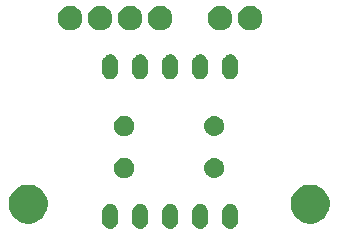
<source format=gbr>
G04 #@! TF.GenerationSoftware,KiCad,Pcbnew,5.0.2-bee76a0~70~ubuntu18.04.1*
G04 #@! TF.CreationDate,2019-05-12T23:41:40+01:00*
G04 #@! TF.ProjectId,Timer Gate,54696d65-7220-4476-9174-652e6b696361,rev?*
G04 #@! TF.SameCoordinates,Original*
G04 #@! TF.FileFunction,Soldermask,Top*
G04 #@! TF.FilePolarity,Negative*
%FSLAX46Y46*%
G04 Gerber Fmt 4.6, Leading zero omitted, Abs format (unit mm)*
G04 Created by KiCad (PCBNEW 5.0.2-bee76a0~70~ubuntu18.04.1) date Sun May 12 23:41:40 2019*
%MOMM*%
%LPD*%
G01*
G04 APERTURE LIST*
%ADD10C,0.100000*%
G04 APERTURE END LIST*
D10*
G36*
X136092618Y-94991421D02*
X136174427Y-95016238D01*
X136215333Y-95028646D01*
X136275783Y-95060958D01*
X136328426Y-95089096D01*
X136427554Y-95170448D01*
X136508906Y-95269575D01*
X136508907Y-95269577D01*
X136569356Y-95382668D01*
X136581764Y-95423574D01*
X136606581Y-95505383D01*
X136616001Y-95601028D01*
X136616001Y-96464974D01*
X136606581Y-96560619D01*
X136599624Y-96583553D01*
X136569356Y-96683334D01*
X136515820Y-96783492D01*
X136508906Y-96796427D01*
X136427554Y-96895554D01*
X136328427Y-96976906D01*
X136328425Y-96976907D01*
X136215334Y-97037356D01*
X136174428Y-97049764D01*
X136092619Y-97074581D01*
X135965001Y-97087150D01*
X135837384Y-97074581D01*
X135755575Y-97049764D01*
X135714669Y-97037356D01*
X135601578Y-96976907D01*
X135601576Y-96976906D01*
X135502449Y-96895554D01*
X135421097Y-96796427D01*
X135414183Y-96783492D01*
X135360647Y-96683334D01*
X135349625Y-96647000D01*
X135323421Y-96560619D01*
X135314001Y-96464974D01*
X135314001Y-95601029D01*
X135323421Y-95505384D01*
X135360646Y-95382670D01*
X135360646Y-95382669D01*
X135392958Y-95322219D01*
X135421096Y-95269576D01*
X135502448Y-95170448D01*
X135601575Y-95089096D01*
X135614510Y-95082182D01*
X135714668Y-95028646D01*
X135755574Y-95016238D01*
X135837383Y-94991421D01*
X135965001Y-94978852D01*
X136092618Y-94991421D01*
X136092618Y-94991421D01*
G37*
G36*
X138632618Y-94991421D02*
X138714427Y-95016238D01*
X138755333Y-95028646D01*
X138815783Y-95060958D01*
X138868426Y-95089096D01*
X138967554Y-95170448D01*
X139048906Y-95269575D01*
X139048907Y-95269577D01*
X139109356Y-95382668D01*
X139121764Y-95423574D01*
X139146581Y-95505383D01*
X139156001Y-95601028D01*
X139156001Y-96464974D01*
X139146581Y-96560619D01*
X139139624Y-96583553D01*
X139109356Y-96683334D01*
X139055820Y-96783492D01*
X139048906Y-96796427D01*
X138967554Y-96895554D01*
X138868427Y-96976906D01*
X138868425Y-96976907D01*
X138755334Y-97037356D01*
X138714428Y-97049764D01*
X138632619Y-97074581D01*
X138505001Y-97087150D01*
X138377384Y-97074581D01*
X138295575Y-97049764D01*
X138254669Y-97037356D01*
X138141578Y-96976907D01*
X138141576Y-96976906D01*
X138042449Y-96895554D01*
X137961097Y-96796427D01*
X137954183Y-96783492D01*
X137900647Y-96683334D01*
X137889625Y-96647000D01*
X137863421Y-96560619D01*
X137854001Y-96464974D01*
X137854001Y-95601029D01*
X137863421Y-95505384D01*
X137900646Y-95382670D01*
X137900646Y-95382669D01*
X137932958Y-95322219D01*
X137961096Y-95269576D01*
X138042448Y-95170448D01*
X138141575Y-95089096D01*
X138154510Y-95082182D01*
X138254668Y-95028646D01*
X138295574Y-95016238D01*
X138377383Y-94991421D01*
X138505001Y-94978852D01*
X138632618Y-94991421D01*
X138632618Y-94991421D01*
G37*
G36*
X141172618Y-94991421D02*
X141254427Y-95016238D01*
X141295333Y-95028646D01*
X141355783Y-95060958D01*
X141408426Y-95089096D01*
X141507554Y-95170448D01*
X141588906Y-95269575D01*
X141588907Y-95269577D01*
X141649356Y-95382668D01*
X141661764Y-95423574D01*
X141686581Y-95505383D01*
X141696001Y-95601028D01*
X141696001Y-96464974D01*
X141686581Y-96560619D01*
X141679624Y-96583553D01*
X141649356Y-96683334D01*
X141595820Y-96783492D01*
X141588906Y-96796427D01*
X141507554Y-96895554D01*
X141408427Y-96976906D01*
X141408425Y-96976907D01*
X141295334Y-97037356D01*
X141254428Y-97049764D01*
X141172619Y-97074581D01*
X141045001Y-97087150D01*
X140917384Y-97074581D01*
X140835575Y-97049764D01*
X140794669Y-97037356D01*
X140681578Y-96976907D01*
X140681576Y-96976906D01*
X140582449Y-96895554D01*
X140501097Y-96796427D01*
X140494183Y-96783492D01*
X140440647Y-96683334D01*
X140429625Y-96647000D01*
X140403421Y-96560619D01*
X140394001Y-96464974D01*
X140394001Y-95601029D01*
X140403421Y-95505384D01*
X140440646Y-95382670D01*
X140440646Y-95382669D01*
X140472958Y-95322219D01*
X140501096Y-95269576D01*
X140582448Y-95170448D01*
X140681575Y-95089096D01*
X140694510Y-95082182D01*
X140794668Y-95028646D01*
X140835574Y-95016238D01*
X140917383Y-94991421D01*
X141045001Y-94978852D01*
X141172618Y-94991421D01*
X141172618Y-94991421D01*
G37*
G36*
X131012618Y-94991421D02*
X131094427Y-95016238D01*
X131135333Y-95028646D01*
X131195783Y-95060958D01*
X131248426Y-95089096D01*
X131347554Y-95170448D01*
X131428906Y-95269575D01*
X131428907Y-95269577D01*
X131489356Y-95382668D01*
X131501764Y-95423574D01*
X131526581Y-95505383D01*
X131536001Y-95601028D01*
X131536001Y-96464974D01*
X131526581Y-96560619D01*
X131519624Y-96583553D01*
X131489356Y-96683334D01*
X131435820Y-96783492D01*
X131428906Y-96796427D01*
X131347554Y-96895554D01*
X131248427Y-96976906D01*
X131248425Y-96976907D01*
X131135334Y-97037356D01*
X131094428Y-97049764D01*
X131012619Y-97074581D01*
X130885001Y-97087150D01*
X130757384Y-97074581D01*
X130675575Y-97049764D01*
X130634669Y-97037356D01*
X130521578Y-96976907D01*
X130521576Y-96976906D01*
X130422449Y-96895554D01*
X130341097Y-96796427D01*
X130334183Y-96783492D01*
X130280647Y-96683334D01*
X130269625Y-96647000D01*
X130243421Y-96560619D01*
X130234001Y-96464974D01*
X130234001Y-95601029D01*
X130243421Y-95505384D01*
X130280646Y-95382670D01*
X130280646Y-95382669D01*
X130312958Y-95322219D01*
X130341096Y-95269576D01*
X130422448Y-95170448D01*
X130521575Y-95089096D01*
X130534510Y-95082182D01*
X130634668Y-95028646D01*
X130675574Y-95016238D01*
X130757383Y-94991421D01*
X130885001Y-94978852D01*
X131012618Y-94991421D01*
X131012618Y-94991421D01*
G37*
G36*
X133552618Y-94991421D02*
X133634427Y-95016238D01*
X133675333Y-95028646D01*
X133735783Y-95060958D01*
X133788426Y-95089096D01*
X133887554Y-95170448D01*
X133968906Y-95269575D01*
X133968907Y-95269577D01*
X134029356Y-95382668D01*
X134041764Y-95423574D01*
X134066581Y-95505383D01*
X134076001Y-95601028D01*
X134076001Y-96464974D01*
X134066581Y-96560619D01*
X134059624Y-96583553D01*
X134029356Y-96683334D01*
X133975820Y-96783492D01*
X133968906Y-96796427D01*
X133887554Y-96895554D01*
X133788427Y-96976906D01*
X133788425Y-96976907D01*
X133675334Y-97037356D01*
X133634428Y-97049764D01*
X133552619Y-97074581D01*
X133425001Y-97087150D01*
X133297384Y-97074581D01*
X133215575Y-97049764D01*
X133174669Y-97037356D01*
X133061578Y-96976907D01*
X133061576Y-96976906D01*
X132962449Y-96895554D01*
X132881097Y-96796427D01*
X132874183Y-96783492D01*
X132820647Y-96683334D01*
X132809625Y-96647000D01*
X132783421Y-96560619D01*
X132774001Y-96464974D01*
X132774001Y-95601029D01*
X132783421Y-95505384D01*
X132820646Y-95382670D01*
X132820646Y-95382669D01*
X132852958Y-95322219D01*
X132881096Y-95269576D01*
X132962448Y-95170448D01*
X133061575Y-95089096D01*
X133074510Y-95082182D01*
X133174668Y-95028646D01*
X133215574Y-95016238D01*
X133297383Y-94991421D01*
X133425001Y-94978852D01*
X133552618Y-94991421D01*
X133552618Y-94991421D01*
G37*
G36*
X124327256Y-93387298D02*
X124433579Y-93408447D01*
X124734042Y-93532903D01*
X125000852Y-93711180D01*
X125004454Y-93713587D01*
X125234413Y-93943546D01*
X125415098Y-94213960D01*
X125539553Y-94514422D01*
X125603000Y-94833389D01*
X125603000Y-95158611D01*
X125580927Y-95269577D01*
X125539553Y-95477579D01*
X125528035Y-95505385D01*
X125415098Y-95778040D01*
X125234413Y-96048454D01*
X125004454Y-96278413D01*
X125004451Y-96278415D01*
X124734042Y-96459097D01*
X124734041Y-96459098D01*
X124734040Y-96459098D01*
X124646037Y-96495550D01*
X124433579Y-96583553D01*
X124327256Y-96604702D01*
X124114611Y-96647000D01*
X123789389Y-96647000D01*
X123576744Y-96604702D01*
X123470421Y-96583553D01*
X123257963Y-96495550D01*
X123169960Y-96459098D01*
X123169959Y-96459098D01*
X123169958Y-96459097D01*
X122899549Y-96278415D01*
X122899546Y-96278413D01*
X122669587Y-96048454D01*
X122488902Y-95778040D01*
X122375965Y-95505385D01*
X122364447Y-95477579D01*
X122323073Y-95269577D01*
X122301000Y-95158611D01*
X122301000Y-94833389D01*
X122364447Y-94514422D01*
X122488902Y-94213960D01*
X122669587Y-93943546D01*
X122899546Y-93713587D01*
X122903148Y-93711180D01*
X123169958Y-93532903D01*
X123470421Y-93408447D01*
X123576744Y-93387298D01*
X123789389Y-93345000D01*
X124114611Y-93345000D01*
X124327256Y-93387298D01*
X124327256Y-93387298D01*
G37*
G36*
X148203256Y-93387298D02*
X148309579Y-93408447D01*
X148610042Y-93532903D01*
X148876852Y-93711180D01*
X148880454Y-93713587D01*
X149110413Y-93943546D01*
X149291098Y-94213960D01*
X149415553Y-94514422D01*
X149479000Y-94833389D01*
X149479000Y-95158611D01*
X149456927Y-95269577D01*
X149415553Y-95477579D01*
X149404035Y-95505385D01*
X149291098Y-95778040D01*
X149110413Y-96048454D01*
X148880454Y-96278413D01*
X148880451Y-96278415D01*
X148610042Y-96459097D01*
X148610041Y-96459098D01*
X148610040Y-96459098D01*
X148522037Y-96495550D01*
X148309579Y-96583553D01*
X148203256Y-96604702D01*
X147990611Y-96647000D01*
X147665389Y-96647000D01*
X147452744Y-96604702D01*
X147346421Y-96583553D01*
X147133963Y-96495550D01*
X147045960Y-96459098D01*
X147045959Y-96459098D01*
X147045958Y-96459097D01*
X146775549Y-96278415D01*
X146775546Y-96278413D01*
X146545587Y-96048454D01*
X146364902Y-95778040D01*
X146251965Y-95505385D01*
X146240447Y-95477579D01*
X146199073Y-95269577D01*
X146177000Y-95158611D01*
X146177000Y-94833389D01*
X146240447Y-94514422D01*
X146364902Y-94213960D01*
X146545587Y-93943546D01*
X146775546Y-93713587D01*
X146779148Y-93711180D01*
X147045958Y-93532903D01*
X147346421Y-93408447D01*
X147452744Y-93387298D01*
X147665389Y-93345000D01*
X147990611Y-93345000D01*
X148203256Y-93387298D01*
X148203256Y-93387298D01*
G37*
G36*
X139866821Y-91109313D02*
X139866824Y-91109314D01*
X139866825Y-91109314D01*
X140027239Y-91157975D01*
X140027241Y-91157976D01*
X140027244Y-91157977D01*
X140175078Y-91236995D01*
X140304659Y-91343341D01*
X140411005Y-91472922D01*
X140490023Y-91620756D01*
X140490024Y-91620759D01*
X140490025Y-91620761D01*
X140538686Y-91781175D01*
X140538687Y-91781179D01*
X140555117Y-91948000D01*
X140538687Y-92114821D01*
X140538686Y-92114824D01*
X140538686Y-92114825D01*
X140513993Y-92196228D01*
X140490023Y-92275244D01*
X140411005Y-92423078D01*
X140304659Y-92552659D01*
X140175078Y-92659005D01*
X140027244Y-92738023D01*
X140027241Y-92738024D01*
X140027239Y-92738025D01*
X139866825Y-92786686D01*
X139866824Y-92786686D01*
X139866821Y-92786687D01*
X139741804Y-92799000D01*
X139658196Y-92799000D01*
X139533179Y-92786687D01*
X139533176Y-92786686D01*
X139533175Y-92786686D01*
X139372761Y-92738025D01*
X139372759Y-92738024D01*
X139372756Y-92738023D01*
X139224922Y-92659005D01*
X139095341Y-92552659D01*
X138988995Y-92423078D01*
X138909977Y-92275244D01*
X138886008Y-92196228D01*
X138861314Y-92114825D01*
X138861314Y-92114824D01*
X138861313Y-92114821D01*
X138844883Y-91948000D01*
X138861313Y-91781179D01*
X138861314Y-91781175D01*
X138909975Y-91620761D01*
X138909976Y-91620759D01*
X138909977Y-91620756D01*
X138988995Y-91472922D01*
X139095341Y-91343341D01*
X139224922Y-91236995D01*
X139372756Y-91157977D01*
X139372759Y-91157976D01*
X139372761Y-91157975D01*
X139533175Y-91109314D01*
X139533176Y-91109314D01*
X139533179Y-91109313D01*
X139658196Y-91097000D01*
X139741804Y-91097000D01*
X139866821Y-91109313D01*
X139866821Y-91109313D01*
G37*
G36*
X132328228Y-91129703D02*
X132483100Y-91193853D01*
X132622481Y-91286985D01*
X132741015Y-91405519D01*
X132834147Y-91544900D01*
X132898297Y-91699772D01*
X132931000Y-91864184D01*
X132931000Y-92031816D01*
X132898297Y-92196228D01*
X132834147Y-92351100D01*
X132741015Y-92490481D01*
X132622481Y-92609015D01*
X132483100Y-92702147D01*
X132328228Y-92766297D01*
X132163816Y-92799000D01*
X131996184Y-92799000D01*
X131831772Y-92766297D01*
X131676900Y-92702147D01*
X131537519Y-92609015D01*
X131418985Y-92490481D01*
X131325853Y-92351100D01*
X131261703Y-92196228D01*
X131229000Y-92031816D01*
X131229000Y-91864184D01*
X131261703Y-91699772D01*
X131325853Y-91544900D01*
X131418985Y-91405519D01*
X131537519Y-91286985D01*
X131676900Y-91193853D01*
X131831772Y-91129703D01*
X131996184Y-91097000D01*
X132163816Y-91097000D01*
X132328228Y-91129703D01*
X132328228Y-91129703D01*
G37*
G36*
X139866821Y-87553313D02*
X139866824Y-87553314D01*
X139866825Y-87553314D01*
X140027239Y-87601975D01*
X140027241Y-87601976D01*
X140027244Y-87601977D01*
X140175078Y-87680995D01*
X140304659Y-87787341D01*
X140411005Y-87916922D01*
X140490023Y-88064756D01*
X140490024Y-88064759D01*
X140490025Y-88064761D01*
X140538686Y-88225175D01*
X140538687Y-88225179D01*
X140555117Y-88392000D01*
X140538687Y-88558821D01*
X140538686Y-88558824D01*
X140538686Y-88558825D01*
X140513993Y-88640228D01*
X140490023Y-88719244D01*
X140411005Y-88867078D01*
X140304659Y-88996659D01*
X140175078Y-89103005D01*
X140027244Y-89182023D01*
X140027241Y-89182024D01*
X140027239Y-89182025D01*
X139866825Y-89230686D01*
X139866824Y-89230686D01*
X139866821Y-89230687D01*
X139741804Y-89243000D01*
X139658196Y-89243000D01*
X139533179Y-89230687D01*
X139533176Y-89230686D01*
X139533175Y-89230686D01*
X139372761Y-89182025D01*
X139372759Y-89182024D01*
X139372756Y-89182023D01*
X139224922Y-89103005D01*
X139095341Y-88996659D01*
X138988995Y-88867078D01*
X138909977Y-88719244D01*
X138886008Y-88640228D01*
X138861314Y-88558825D01*
X138861314Y-88558824D01*
X138861313Y-88558821D01*
X138844883Y-88392000D01*
X138861313Y-88225179D01*
X138861314Y-88225175D01*
X138909975Y-88064761D01*
X138909976Y-88064759D01*
X138909977Y-88064756D01*
X138988995Y-87916922D01*
X139095341Y-87787341D01*
X139224922Y-87680995D01*
X139372756Y-87601977D01*
X139372759Y-87601976D01*
X139372761Y-87601975D01*
X139533175Y-87553314D01*
X139533176Y-87553314D01*
X139533179Y-87553313D01*
X139658196Y-87541000D01*
X139741804Y-87541000D01*
X139866821Y-87553313D01*
X139866821Y-87553313D01*
G37*
G36*
X132328228Y-87573703D02*
X132483100Y-87637853D01*
X132622481Y-87730985D01*
X132741015Y-87849519D01*
X132834147Y-87988900D01*
X132898297Y-88143772D01*
X132931000Y-88308184D01*
X132931000Y-88475816D01*
X132898297Y-88640228D01*
X132834147Y-88795100D01*
X132741015Y-88934481D01*
X132622481Y-89053015D01*
X132483100Y-89146147D01*
X132328228Y-89210297D01*
X132163816Y-89243000D01*
X131996184Y-89243000D01*
X131831772Y-89210297D01*
X131676900Y-89146147D01*
X131537519Y-89053015D01*
X131418985Y-88934481D01*
X131325853Y-88795100D01*
X131261703Y-88640228D01*
X131229000Y-88475816D01*
X131229000Y-88308184D01*
X131261703Y-88143772D01*
X131325853Y-87988900D01*
X131418985Y-87849519D01*
X131537519Y-87730985D01*
X131676900Y-87637853D01*
X131831772Y-87573703D01*
X131996184Y-87541000D01*
X132163816Y-87541000D01*
X132328228Y-87573703D01*
X132328228Y-87573703D01*
G37*
G36*
X136092618Y-82321421D02*
X136174427Y-82346238D01*
X136215333Y-82358646D01*
X136275783Y-82390958D01*
X136328426Y-82419096D01*
X136427554Y-82500448D01*
X136508906Y-82599575D01*
X136508907Y-82599577D01*
X136569356Y-82712668D01*
X136581764Y-82753574D01*
X136606581Y-82835383D01*
X136616001Y-82931028D01*
X136616001Y-83794974D01*
X136606581Y-83890619D01*
X136581764Y-83972428D01*
X136569356Y-84013334D01*
X136515820Y-84113492D01*
X136508906Y-84126427D01*
X136427554Y-84225554D01*
X136328427Y-84306906D01*
X136328425Y-84306907D01*
X136215334Y-84367356D01*
X136174428Y-84379764D01*
X136092619Y-84404581D01*
X135965001Y-84417150D01*
X135837384Y-84404581D01*
X135755575Y-84379764D01*
X135714669Y-84367356D01*
X135601578Y-84306907D01*
X135601576Y-84306906D01*
X135502449Y-84225554D01*
X135421097Y-84126427D01*
X135414183Y-84113492D01*
X135360647Y-84013334D01*
X135354735Y-83993844D01*
X135323421Y-83890619D01*
X135314001Y-83794974D01*
X135314001Y-82931029D01*
X135323421Y-82835384D01*
X135360646Y-82712670D01*
X135360646Y-82712669D01*
X135392958Y-82652219D01*
X135421096Y-82599576D01*
X135502448Y-82500448D01*
X135601575Y-82419096D01*
X135614510Y-82412182D01*
X135714668Y-82358646D01*
X135755574Y-82346238D01*
X135837383Y-82321421D01*
X135965001Y-82308852D01*
X136092618Y-82321421D01*
X136092618Y-82321421D01*
G37*
G36*
X131012618Y-82321421D02*
X131094427Y-82346238D01*
X131135333Y-82358646D01*
X131195783Y-82390958D01*
X131248426Y-82419096D01*
X131347554Y-82500448D01*
X131428906Y-82599575D01*
X131428907Y-82599577D01*
X131489356Y-82712668D01*
X131501764Y-82753574D01*
X131526581Y-82835383D01*
X131536001Y-82931028D01*
X131536001Y-83794974D01*
X131526581Y-83890619D01*
X131501764Y-83972428D01*
X131489356Y-84013334D01*
X131435820Y-84113492D01*
X131428906Y-84126427D01*
X131347554Y-84225554D01*
X131248427Y-84306906D01*
X131248425Y-84306907D01*
X131135334Y-84367356D01*
X131094428Y-84379764D01*
X131012619Y-84404581D01*
X130885001Y-84417150D01*
X130757384Y-84404581D01*
X130675575Y-84379764D01*
X130634669Y-84367356D01*
X130521578Y-84306907D01*
X130521576Y-84306906D01*
X130422449Y-84225554D01*
X130341097Y-84126427D01*
X130334183Y-84113492D01*
X130280647Y-84013334D01*
X130274735Y-83993844D01*
X130243421Y-83890619D01*
X130234001Y-83794974D01*
X130234001Y-82931029D01*
X130243421Y-82835384D01*
X130280646Y-82712670D01*
X130280646Y-82712669D01*
X130312958Y-82652219D01*
X130341096Y-82599576D01*
X130422448Y-82500448D01*
X130521575Y-82419096D01*
X130534510Y-82412182D01*
X130634668Y-82358646D01*
X130675574Y-82346238D01*
X130757383Y-82321421D01*
X130885001Y-82308852D01*
X131012618Y-82321421D01*
X131012618Y-82321421D01*
G37*
G36*
X133552618Y-82321421D02*
X133634427Y-82346238D01*
X133675333Y-82358646D01*
X133735783Y-82390958D01*
X133788426Y-82419096D01*
X133887554Y-82500448D01*
X133968906Y-82599575D01*
X133968907Y-82599577D01*
X134029356Y-82712668D01*
X134041764Y-82753574D01*
X134066581Y-82835383D01*
X134076001Y-82931028D01*
X134076001Y-83794974D01*
X134066581Y-83890619D01*
X134041764Y-83972428D01*
X134029356Y-84013334D01*
X133975820Y-84113492D01*
X133968906Y-84126427D01*
X133887554Y-84225554D01*
X133788427Y-84306906D01*
X133788425Y-84306907D01*
X133675334Y-84367356D01*
X133634428Y-84379764D01*
X133552619Y-84404581D01*
X133425001Y-84417150D01*
X133297384Y-84404581D01*
X133215575Y-84379764D01*
X133174669Y-84367356D01*
X133061578Y-84306907D01*
X133061576Y-84306906D01*
X132962449Y-84225554D01*
X132881097Y-84126427D01*
X132874183Y-84113492D01*
X132820647Y-84013334D01*
X132814735Y-83993844D01*
X132783421Y-83890619D01*
X132774001Y-83794974D01*
X132774001Y-82931029D01*
X132783421Y-82835384D01*
X132820646Y-82712670D01*
X132820646Y-82712669D01*
X132852958Y-82652219D01*
X132881096Y-82599576D01*
X132962448Y-82500448D01*
X133061575Y-82419096D01*
X133074510Y-82412182D01*
X133174668Y-82358646D01*
X133215574Y-82346238D01*
X133297383Y-82321421D01*
X133425001Y-82308852D01*
X133552618Y-82321421D01*
X133552618Y-82321421D01*
G37*
G36*
X138632618Y-82321421D02*
X138714427Y-82346238D01*
X138755333Y-82358646D01*
X138815783Y-82390958D01*
X138868426Y-82419096D01*
X138967554Y-82500448D01*
X139048906Y-82599575D01*
X139048907Y-82599577D01*
X139109356Y-82712668D01*
X139121764Y-82753574D01*
X139146581Y-82835383D01*
X139156001Y-82931028D01*
X139156001Y-83794974D01*
X139146581Y-83890619D01*
X139121764Y-83972428D01*
X139109356Y-84013334D01*
X139055820Y-84113492D01*
X139048906Y-84126427D01*
X138967554Y-84225554D01*
X138868427Y-84306906D01*
X138868425Y-84306907D01*
X138755334Y-84367356D01*
X138714428Y-84379764D01*
X138632619Y-84404581D01*
X138505001Y-84417150D01*
X138377384Y-84404581D01*
X138295575Y-84379764D01*
X138254669Y-84367356D01*
X138141578Y-84306907D01*
X138141576Y-84306906D01*
X138042449Y-84225554D01*
X137961097Y-84126427D01*
X137954183Y-84113492D01*
X137900647Y-84013334D01*
X137894735Y-83993844D01*
X137863421Y-83890619D01*
X137854001Y-83794974D01*
X137854001Y-82931029D01*
X137863421Y-82835384D01*
X137900646Y-82712670D01*
X137900646Y-82712669D01*
X137932958Y-82652219D01*
X137961096Y-82599576D01*
X138042448Y-82500448D01*
X138141575Y-82419096D01*
X138154510Y-82412182D01*
X138254668Y-82358646D01*
X138295574Y-82346238D01*
X138377383Y-82321421D01*
X138505001Y-82308852D01*
X138632618Y-82321421D01*
X138632618Y-82321421D01*
G37*
G36*
X141172618Y-82321421D02*
X141254427Y-82346238D01*
X141295333Y-82358646D01*
X141355783Y-82390958D01*
X141408426Y-82419096D01*
X141507554Y-82500448D01*
X141588906Y-82599575D01*
X141588907Y-82599577D01*
X141649356Y-82712668D01*
X141661764Y-82753574D01*
X141686581Y-82835383D01*
X141696001Y-82931028D01*
X141696001Y-83794974D01*
X141686581Y-83890619D01*
X141661764Y-83972428D01*
X141649356Y-84013334D01*
X141595820Y-84113492D01*
X141588906Y-84126427D01*
X141507554Y-84225554D01*
X141408427Y-84306906D01*
X141408425Y-84306907D01*
X141295334Y-84367356D01*
X141254428Y-84379764D01*
X141172619Y-84404581D01*
X141045001Y-84417150D01*
X140917384Y-84404581D01*
X140835575Y-84379764D01*
X140794669Y-84367356D01*
X140681578Y-84306907D01*
X140681576Y-84306906D01*
X140582449Y-84225554D01*
X140501097Y-84126427D01*
X140494183Y-84113492D01*
X140440647Y-84013334D01*
X140434735Y-83993844D01*
X140403421Y-83890619D01*
X140394001Y-83794974D01*
X140394001Y-82931029D01*
X140403421Y-82835384D01*
X140440646Y-82712670D01*
X140440646Y-82712669D01*
X140472958Y-82652219D01*
X140501096Y-82599576D01*
X140582448Y-82500448D01*
X140681575Y-82419096D01*
X140694510Y-82412182D01*
X140794668Y-82358646D01*
X140835574Y-82346238D01*
X140917383Y-82321421D01*
X141045001Y-82308852D01*
X141172618Y-82321421D01*
X141172618Y-82321421D01*
G37*
G36*
X135431765Y-78246620D02*
X135621289Y-78325123D01*
X135791855Y-78439092D01*
X135936908Y-78584145D01*
X136050877Y-78754711D01*
X136129380Y-78944235D01*
X136169400Y-79145430D01*
X136169400Y-79350570D01*
X136129380Y-79551765D01*
X136050877Y-79741289D01*
X135936908Y-79911855D01*
X135791855Y-80056908D01*
X135621289Y-80170877D01*
X135431765Y-80249380D01*
X135230570Y-80289400D01*
X135025430Y-80289400D01*
X134824235Y-80249380D01*
X134634711Y-80170877D01*
X134464145Y-80056908D01*
X134319092Y-79911855D01*
X134205123Y-79741289D01*
X134126620Y-79551765D01*
X134086600Y-79350570D01*
X134086600Y-79145430D01*
X134126620Y-78944235D01*
X134205123Y-78754711D01*
X134319092Y-78584145D01*
X134464145Y-78439092D01*
X134634711Y-78325123D01*
X134824235Y-78246620D01*
X135025430Y-78206600D01*
X135230570Y-78206600D01*
X135431765Y-78246620D01*
X135431765Y-78246620D01*
G37*
G36*
X132891765Y-78246620D02*
X133081289Y-78325123D01*
X133251855Y-78439092D01*
X133396908Y-78584145D01*
X133510877Y-78754711D01*
X133589380Y-78944235D01*
X133629400Y-79145430D01*
X133629400Y-79350570D01*
X133589380Y-79551765D01*
X133510877Y-79741289D01*
X133396908Y-79911855D01*
X133251855Y-80056908D01*
X133081289Y-80170877D01*
X132891765Y-80249380D01*
X132690570Y-80289400D01*
X132485430Y-80289400D01*
X132284235Y-80249380D01*
X132094711Y-80170877D01*
X131924145Y-80056908D01*
X131779092Y-79911855D01*
X131665123Y-79741289D01*
X131586620Y-79551765D01*
X131546600Y-79350570D01*
X131546600Y-79145430D01*
X131586620Y-78944235D01*
X131665123Y-78754711D01*
X131779092Y-78584145D01*
X131924145Y-78439092D01*
X132094711Y-78325123D01*
X132284235Y-78246620D01*
X132485430Y-78206600D01*
X132690570Y-78206600D01*
X132891765Y-78246620D01*
X132891765Y-78246620D01*
G37*
G36*
X130351765Y-78246620D02*
X130541289Y-78325123D01*
X130711855Y-78439092D01*
X130856908Y-78584145D01*
X130970877Y-78754711D01*
X131049380Y-78944235D01*
X131089400Y-79145430D01*
X131089400Y-79350570D01*
X131049380Y-79551765D01*
X130970877Y-79741289D01*
X130856908Y-79911855D01*
X130711855Y-80056908D01*
X130541289Y-80170877D01*
X130351765Y-80249380D01*
X130150570Y-80289400D01*
X129945430Y-80289400D01*
X129744235Y-80249380D01*
X129554711Y-80170877D01*
X129384145Y-80056908D01*
X129239092Y-79911855D01*
X129125123Y-79741289D01*
X129046620Y-79551765D01*
X129006600Y-79350570D01*
X129006600Y-79145430D01*
X129046620Y-78944235D01*
X129125123Y-78754711D01*
X129239092Y-78584145D01*
X129384145Y-78439092D01*
X129554711Y-78325123D01*
X129744235Y-78246620D01*
X129945430Y-78206600D01*
X130150570Y-78206600D01*
X130351765Y-78246620D01*
X130351765Y-78246620D01*
G37*
G36*
X127811765Y-78246620D02*
X128001289Y-78325123D01*
X128171855Y-78439092D01*
X128316908Y-78584145D01*
X128430877Y-78754711D01*
X128509380Y-78944235D01*
X128549400Y-79145430D01*
X128549400Y-79350570D01*
X128509380Y-79551765D01*
X128430877Y-79741289D01*
X128316908Y-79911855D01*
X128171855Y-80056908D01*
X128001289Y-80170877D01*
X127811765Y-80249380D01*
X127610570Y-80289400D01*
X127405430Y-80289400D01*
X127204235Y-80249380D01*
X127014711Y-80170877D01*
X126844145Y-80056908D01*
X126699092Y-79911855D01*
X126585123Y-79741289D01*
X126506620Y-79551765D01*
X126466600Y-79350570D01*
X126466600Y-79145430D01*
X126506620Y-78944235D01*
X126585123Y-78754711D01*
X126699092Y-78584145D01*
X126844145Y-78439092D01*
X127014711Y-78325123D01*
X127204235Y-78246620D01*
X127405430Y-78206600D01*
X127610570Y-78206600D01*
X127811765Y-78246620D01*
X127811765Y-78246620D01*
G37*
G36*
X143051765Y-78246620D02*
X143241289Y-78325123D01*
X143411855Y-78439092D01*
X143556908Y-78584145D01*
X143670877Y-78754711D01*
X143749380Y-78944235D01*
X143789400Y-79145430D01*
X143789400Y-79350570D01*
X143749380Y-79551765D01*
X143670877Y-79741289D01*
X143556908Y-79911855D01*
X143411855Y-80056908D01*
X143241289Y-80170877D01*
X143051765Y-80249380D01*
X142850570Y-80289400D01*
X142645430Y-80289400D01*
X142444235Y-80249380D01*
X142254711Y-80170877D01*
X142084145Y-80056908D01*
X141939092Y-79911855D01*
X141825123Y-79741289D01*
X141746620Y-79551765D01*
X141706600Y-79350570D01*
X141706600Y-79145430D01*
X141746620Y-78944235D01*
X141825123Y-78754711D01*
X141939092Y-78584145D01*
X142084145Y-78439092D01*
X142254711Y-78325123D01*
X142444235Y-78246620D01*
X142645430Y-78206600D01*
X142850570Y-78206600D01*
X143051765Y-78246620D01*
X143051765Y-78246620D01*
G37*
G36*
X140511765Y-78246620D02*
X140701289Y-78325123D01*
X140871855Y-78439092D01*
X141016908Y-78584145D01*
X141130877Y-78754711D01*
X141209380Y-78944235D01*
X141249400Y-79145430D01*
X141249400Y-79350570D01*
X141209380Y-79551765D01*
X141130877Y-79741289D01*
X141016908Y-79911855D01*
X140871855Y-80056908D01*
X140701289Y-80170877D01*
X140511765Y-80249380D01*
X140310570Y-80289400D01*
X140105430Y-80289400D01*
X139904235Y-80249380D01*
X139714711Y-80170877D01*
X139544145Y-80056908D01*
X139399092Y-79911855D01*
X139285123Y-79741289D01*
X139206620Y-79551765D01*
X139166600Y-79350570D01*
X139166600Y-79145430D01*
X139206620Y-78944235D01*
X139285123Y-78754711D01*
X139399092Y-78584145D01*
X139544145Y-78439092D01*
X139714711Y-78325123D01*
X139904235Y-78246620D01*
X140105430Y-78206600D01*
X140310570Y-78206600D01*
X140511765Y-78246620D01*
X140511765Y-78246620D01*
G37*
M02*

</source>
